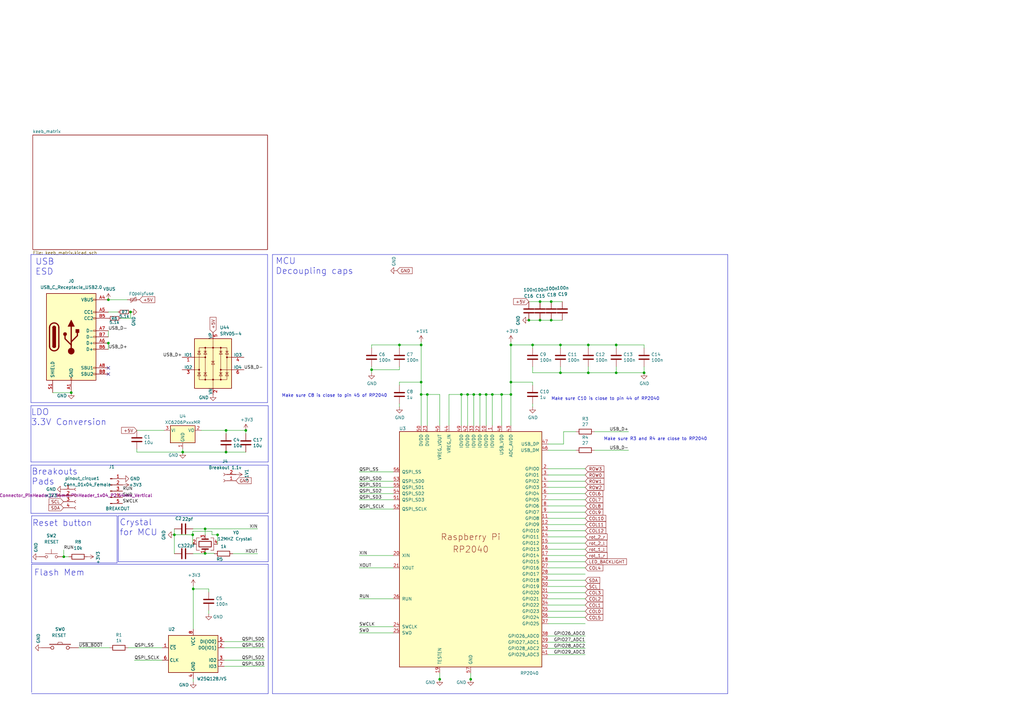
<source format=kicad_sch>
(kicad_sch (version 20230121) (generator eeschema)
  (paper "A3")
  (title_block (title "Rp2040 __template__") (date "2020-12-18") (rev "REV 0.1") (company "scattered_lenity.space"))
  (lib_symbols
    (symbol "Connector:Conn_01x02_Female" (pin_names (offset 1.016) hide)
      (property "Reference" "J" (at 0 2.54 0))
      (property "Value" "Conn_01x02_Female" (at 0 -5.08 0))
      (symbol "Conn_01x02_Female_1_1"
        (pin passive line (at -5.08 0 0) (length 3.81) (name "Pin_1") (number "1"))
        (pin passive line (at -5.08 -2.54 0) (length 3.81) (name "Pin_2") (number "2"))
      )
    )
    (symbol "Connector:Conn_01x04_Female" (pin_names (offset 1.016) hide)
      (property "Reference" "J" (at 0 5.08 0))
      (property "Value" "Conn_01x04_Female" (at 0 -7.62 0))
      (symbol "Conn_01x04_Female_1_1"
        (pin passive line (at -5.08 2.54 0) (length 3.81) (name "Pin_1") (number "1"))
        (pin passive line (at -5.08 0 0) (length 3.81) (name "Pin_2") (number "2"))
        (pin passive line (at -5.08 -2.54 0) (length 3.81) (name "Pin_3") (number "3"))
        (pin passive line (at -5.08 -5.08 0) (length 3.81) (name "Pin_4") (number "4"))
      )
    )
    (symbol "Connector:Conn_01x05_Male" (pin_names (offset 1.016) hide)
      (property "Reference" "J" (at 0 7.62 0))
      (property "Value" "Conn_01x05_Male" (at 0 -7.62 0))
      (symbol "Conn_01x05_Male_1_1"
        (pin passive line (at 5.08 5.08 180) (length 3.81) (name "Pin_1") (number "1"))
        (pin passive line (at 5.08 2.54 180) (length 3.81) (name "Pin_2") (number "2"))
        (pin passive line (at 5.08 0 180) (length 3.81) (name "Pin_3") (number "3"))
        (pin passive line (at 5.08 -2.54 180) (length 3.81) (name "Pin_4") (number "4"))
        (pin passive line (at 5.08 -5.08 180) (length 3.81) (name "Pin_5") (number "5"))
      )
    )
    (symbol "Connector:USB_C_Receptacle_USB2.0" (pin_names (offset 1.016))
      (property "Reference" "J" (at -10.16 19.05 0))
      (property "Value" "USB_C_Receptacle_USB2.0" (at 19.05 19.05 0))
      (symbol "USB_C_Receptacle_USB2.0_1_1"
        (pin passive line (at 0 -22.86 90) (length 5.08) (name "GND") (number "A1"))
        (pin passive line (at 0 -22.86 90) (length 5.08) hide (name "GND") (number "A12"))
        (pin passive line (at 15.24 15.24 180) (length 5.08) (name "VBUS") (number "A4"))
        (pin bidirectional line (at 15.24 10.16 180) (length 5.08) (name "CC1") (number "A5"))
        (pin bidirectional line (at 15.24 -2.54 180) (length 5.08) (name "D+") (number "A6"))
        (pin bidirectional line (at 15.24 2.54 180) (length 5.08) (name "D-") (number "A7"))
        (pin bidirectional line (at 15.24 -12.7 180) (length 5.08) (name "SBU1") (number "A8"))
        (pin passive line (at 15.24 15.24 180) (length 5.08) hide (name "VBUS") (number "A9"))
        (pin passive line (at 0 -22.86 90) (length 5.08) hide (name "GND") (number "B1"))
        (pin passive line (at 0 -22.86 90) (length 5.08) hide (name "GND") (number "B12"))
        (pin passive line (at 15.24 15.24 180) (length 5.08) hide (name "VBUS") (number "B4"))
        (pin bidirectional line (at 15.24 7.62 180) (length 5.08) (name "CC2") (number "B5"))
        (pin bidirectional line (at 15.24 -5.08 180) (length 5.08) (name "D+") (number "B6"))
        (pin bidirectional line (at 15.24 0 180) (length 5.08) (name "D-") (number "B7"))
        (pin bidirectional line (at 15.24 -15.24 180) (length 5.08) (name "SBU2") (number "B8"))
        (pin passive line (at 15.24 15.24 180) (length 5.08) hide (name "VBUS") (number "B9"))
        (pin passive line (at -7.62 -22.86 90) (length 5.08) (name "SHIELD") (number "S1"))
      )
    )
    (symbol "Device:C" (pin_numbers hide) (pin_names (offset 0.254))
      (property "Reference" "C" (at 0.635 2.54 0))
      (property "Value" "C" (at 0.635 -2.54 0))
      (symbol "C_1_1"
        (pin passive line (at 0 3.81 270) (length 2.794) (name "~") (number "1"))
        (pin passive line (at 0 -3.81 90) (length 2.794) (name "~") (number "2"))
      )
    )
    (symbol "Device:Crystal_GND24" (pin_names (offset 1.016) hide)
      (property "Reference" "Y" (at 3.175 5.08 0))
      (property "Value" "Crystal_GND24" (at 3.175 3.175 0))
      (symbol "Crystal_GND24_1_1"
        (pin passive line (at -3.81 0 0) (length 1.27) (name "1") (number "1"))
        (pin passive line (at 0 5.08 270) (length 1.27) (name "2") (number "2"))
        (pin passive line (at 3.81 0 180) (length 1.27) (name "3") (number "3"))
        (pin passive line (at 0 -5.08 90) (length 1.27) (name "4") (number "4"))
      )
    )
    (symbol "Device:Polyfuse_Small" (pin_numbers hide) (pin_names (offset 0))
      (property "Reference" "F" (at -1.905 0 90))
      (property "Value" "Polyfuse_Small" (at 1.905 0 90))
      (symbol "Polyfuse_Small_1_1"
        (pin passive line (at 0 2.54 270) (length 0.635) (name "~") (number "1"))
        (pin passive line (at 0 -2.54 90) (length 0.635) (name "~") (number "2"))
      )
    )
    (symbol "Device:R" (pin_numbers hide) (pin_names (offset 0))
      (property "Reference" "R" (at 2.032 0 90))
      (property "Value" "R" (at 0 0 90))
      (symbol "R_1_1"
        (pin passive line (at 0 3.81 270) (length 1.27) (name "~") (number "1"))
        (pin passive line (at 0 -3.81 90) (length 1.27) (name "~") (number "2"))
      )
    )
    (symbol "Device:R_Small" (pin_numbers hide) (pin_names (offset 0.254) hide)
      (property "Reference" "R" (at 0.762 0.508 0))
      (property "Value" "R_Small" (at 0.762 -1.016 0))
      (symbol "R_Small_1_1"
        (pin passive line (at 0 2.54 270) (length 0.762) (name "~") (number "1"))
        (pin passive line (at 0 -2.54 90) (length 0.762) (name "~") (number "2"))
      )
    )
    (symbol "MCU_RaspberryPi_RP2040:RP2040" (pin_names (offset 1.016))
      (property "Reference" "U" (at -29.21 49.53 0))
      (property "Value" "RP2040" (at 24.13 -49.53 0))
      (symbol "RP2040_0_0"
        (text "Raspberry Pi" (at 0 5.08 0) (effects (font (size 2.54 2.54))))
        (text "RP2040" (at 0 0 0) (effects (font (size 2.54 2.54))))
      )
      (symbol "RP2040_1_1"
        (pin power_in line (at 8.89 50.8 270) (length 2.54) (name "IOVDD") (number "1"))
        (pin power_in line (at 6.35 50.8 270) (length 2.54) (name "IOVDD") (number "10"))
        (pin bidirectional line (at 31.75 12.7 180) (length 2.54) (name "GPIO8") (number "11"))
        (pin bidirectional line (at 31.75 10.16 180) (length 2.54) (name "GPIO9") (number "12"))
        (pin bidirectional line (at 31.75 7.62 180) (length 2.54) (name "GPIO10") (number "13"))
        (pin bidirectional line (at 31.75 5.08 180) (length 2.54) (name "GPIO11") (number "14"))
        (pin bidirectional line (at 31.75 2.54 180) (length 2.54) (name "GPIO12") (number "15"))
        (pin bidirectional line (at 31.75 0 180) (length 2.54) (name "GPIO13") (number "16"))
        (pin bidirectional line (at 31.75 -2.54 180) (length 2.54) (name "GPIO14") (number "17"))
        (pin bidirectional line (at 31.75 -5.08 180) (length 2.54) (name "GPIO15") (number "18"))
        (pin passive line (at -12.7 -50.8 90) (length 2.54) (name "TESTEN") (number "19"))
        (pin bidirectional line (at 31.75 33.02 180) (length 2.54) (name "GPIO0") (number "2"))
        (pin input line (at -31.75 -2.54 0) (length 2.54) (name "XIN") (number "20"))
        (pin passive line (at -31.75 -7.62 0) (length 2.54) (name "XOUT") (number "21"))
        (pin power_in line (at 3.81 50.8 270) (length 2.54) (name "IOVDD") (number "22"))
        (pin power_in line (at -17.78 50.8 270) (length 2.54) (name "DVDD") (number "23"))
        (pin output line (at -31.75 -31.75 0) (length 2.54) (name "SWCLK") (number "24"))
        (pin bidirectional line (at -31.75 -34.29 0) (length 2.54) (name "SWD") (number "25"))
        (pin input line (at -31.75 -20.32 0) (length 2.54) (name "RUN") (number "26"))
        (pin bidirectional line (at 31.75 -7.62 180) (length 2.54) (name "GPIO16") (number "27"))
        (pin bidirectional line (at 31.75 -10.16 180) (length 2.54) (name "GPIO17") (number "28"))
        (pin bidirectional line (at 31.75 -12.7 180) (length 2.54) (name "GPIO18") (number "29"))
        (pin bidirectional line (at 31.75 30.48 180) (length 2.54) (name "GPIO1") (number "3"))
        (pin bidirectional line (at 31.75 -15.24 180) (length 2.54) (name "GPIO19") (number "30"))
        (pin bidirectional line (at 31.75 -17.78 180) (length 2.54) (name "GPIO20") (number "31"))
        (pin bidirectional line (at 31.75 -20.32 180) (length 2.54) (name "GPIO21") (number "32"))
        (pin power_in line (at 1.27 50.8 270) (length 2.54) (name "IOVDD") (number "33"))
        (pin bidirectional line (at 31.75 -22.86 180) (length 2.54) (name "GPIO22") (number "34"))
        (pin bidirectional line (at 31.75 -25.4 180) (length 2.54) (name "GPIO23") (number "35"))
        (pin bidirectional line (at 31.75 -27.94 180) (length 2.54) (name "GPIO24") (number "36"))
        (pin bidirectional line (at 31.75 -30.48 180) (length 2.54) (name "GPIO25") (number "37"))
        (pin bidirectional line (at 31.75 -35.56 180) (length 2.54) (name "GPIO26_ADC0") (number "38"))
        (pin bidirectional line (at 31.75 -38.1 180) (length 2.54) (name "GPIO27_ADC1") (number "39"))
        (pin bidirectional line (at 31.75 27.94 180) (length 2.54) (name "GPIO2") (number "4"))
        (pin bidirectional line (at 31.75 -40.64 180) (length 2.54) (name "GPIO28_ADC2") (number "40"))
        (pin bidirectional line (at 31.75 -43.18 180) (length 2.54) (name "GPIO29_ADC3") (number "41"))
        (pin power_in line (at -1.27 50.8 270) (length 2.54) (name "IOVDD") (number "42"))
        (pin power_in line (at 16.51 50.8 270) (length 2.54) (name "ADC_AVDD") (number "43"))
        (pin power_in line (at -8.89 50.8 270) (length 2.54) (name "VREG_IN") (number "44"))
        (pin power_out line (at -12.7 50.8 270) (length 2.54) (name "VREG_VOUT") (number "45"))
        (pin bidirectional line (at 31.75 40.64 180) (length 2.54) (name "USB_DM") (number "46"))
        (pin bidirectional line (at 31.75 43.18 180) (length 2.54) (name "USB_DP") (number "47"))
        (pin power_in line (at 12.7 50.8 270) (length 2.54) (name "USB_VDD") (number "48"))
        (pin power_in line (at -3.81 50.8 270) (length 2.54) (name "IOVDD") (number "49"))
        (pin bidirectional line (at 31.75 25.4 180) (length 2.54) (name "GPIO3") (number "5"))
        (pin power_in line (at -20.32 50.8 270) (length 2.54) (name "DVDD") (number "50"))
        (pin bidirectional line (at -31.75 20.32 0) (length 2.54) (name "QSPI_SD3") (number "51"))
        (pin output line (at -31.75 16.51 0) (length 2.54) (name "QSPI_SCLK") (number "52"))
        (pin bidirectional line (at -31.75 27.94 0) (length 2.54) (name "QSPI_SD0") (number "53"))
        (pin bidirectional line (at -31.75 22.86 0) (length 2.54) (name "QSPI_SD2") (number "54"))
        (pin bidirectional line (at -31.75 25.4 0) (length 2.54) (name "QSPI_SD1") (number "55"))
        (pin bidirectional line (at -31.75 31.75 0) (length 2.54) (name "QSPI_SS") (number "56"))
        (pin power_in line (at 0 -50.8 90) (length 2.54) (name "GND") (number "57"))
        (pin bidirectional line (at 31.75 22.86 180) (length 2.54) (name "GPIO4") (number "6"))
        (pin bidirectional line (at 31.75 20.32 180) (length 2.54) (name "GPIO5") (number "7"))
        (pin bidirectional line (at 31.75 17.78 180) (length 2.54) (name "GPIO6") (number "8"))
        (pin bidirectional line (at 31.75 15.24 180) (length 2.54) (name "GPIO7") (number "9"))
      )
    )
    (symbol "Memory_Flash:W25Q128JVS"
      (property "Reference" "U" (at -8.89 8.89 0))
      (property "Value" "W25Q128JVS" (at 7.62 8.89 0))
      (symbol "W25Q128JVS_1_1"
        (pin input line (at -12.7 2.54 0) (length 2.54) (name "~{CS}") (number "1"))
        (pin bidirectional line (at 12.7 2.54 180) (length 2.54) (name "DO(IO1)") (number "2"))
        (pin bidirectional line (at 12.7 -2.54 180) (length 2.54) (name "IO2") (number "3"))
        (pin power_in line (at 0 -10.16 90) (length 2.54) (name "GND") (number "4"))
        (pin bidirectional line (at 12.7 5.08 180) (length 2.54) (name "DI(IO0)") (number "5"))
        (pin input line (at -12.7 -2.54 0) (length 2.54) (name "CLK") (number "6"))
        (pin bidirectional line (at 12.7 -5.08 180) (length 2.54) (name "IO3") (number "7"))
        (pin power_in line (at 0 10.16 270) (length 2.54) (name "VCC") (number "8"))
      )
    )
    (symbol "Power_Protection:SRV05-4" (pin_names (offset 0))
      (property "Reference" "U" (at -5.08 11.43 0))
      (property "Value" "SRV05-4" (at 2.54 11.43 0))
      (symbol "SRV05-4_1_1"
        (pin passive line (at -12.7 2.54 0) (length 5.08) (name "IO1") (number "1"))
        (pin passive line (at 0 -12.7 90) (length 2.54) (name "VN") (number "2"))
        (pin passive line (at -12.7 -2.54 0) (length 5.08) (name "IO2") (number "3"))
        (pin passive line (at 12.7 2.54 180) (length 5.08) (name "IO3") (number "4"))
        (pin passive line (at 0 12.7 270) (length 2.54) (name "VP") (number "5"))
        (pin passive line (at 12.7 -2.54 180) (length 5.08) (name "IO4") (number "6"))
      )
    )
    (symbol "Regulator_Linear:XC6206PxxxMR" (pin_names (offset 0.254))
      (property "Reference" "U" (at -3.81 3.175 0))
      (property "Value" "XC6206PxxxMR" (at 0 3.175 0))
      (symbol "XC6206PxxxMR_1_1"
        (pin power_in line (at 0 -7.62 90) (length 2.54) (name "GND") (number "1"))
        (pin power_out line (at 7.62 0 180) (length 2.54) (name "VO") (number "2"))
        (pin power_in line (at -7.62 0 0) (length 2.54) (name "VI") (number "3"))
      )
    )
    (symbol "Switch:SW_Push" (pin_numbers hide) (pin_names (offset 1.016) hide)
      (property "Reference" "SW" (at 1.27 2.54 0))
      (property "Value" "SW_Push" (at 0 -1.524 0))
      (symbol "SW_Push_0_1"
        (pin passive line (at -5.08 0 0) (length 2.54) (name "1") (number "1"))
        (pin passive line (at 5.08 0 180) (length 2.54) (name "2") (number "2"))
      )
    )
    (symbol "cipulot_parts:SW_PUSH" (pin_numbers hide) (pin_names (offset 1.016) hide)
      (property "Reference" "SW" (at 3.81 2.794 0))
      (property "Value" "SW_PUSH" (at 0 -2.032 0))
      (symbol "SW_PUSH_0_1"
        (pin passive inverted (at -7.62 0 0) (length 5.08) (name "1") (number "1"))
        (pin passive inverted (at 7.62 0 180) (length 5.08) (name "2") (number "2"))
      )
    )
    (symbol "power:+1V1" (power) (pin_names (offset 0))
      (property "Value" "+1V1" (at 0 3.556 0))
      (symbol "+1V1_1_1"
        (pin power_in line (at 0 0 90) (length 0) hide (name "+1V1") (number "1"))
      )
    )
    (symbol "power:+3V3" (power) (pin_names (offset 0))
      (property "Value" "+3V3" (at 0 3.556 0))
      (symbol "+3V3_1_1"
        (pin power_in line (at 0 0 90) (length 0) hide (name "+3V3") (number "1"))
      )
    )
    (symbol "power:GND" (power) (pin_names (offset 0))
      (property "Value" "GND" (at 0 -3.81 0))
      (symbol "GND_1_1"
        (pin power_in line (at 0 0 270) (length 0) hide (name "GND") (number "1"))
      )
    )
    (symbol "power:VBUS" (power) (pin_names (offset 0))
      (property "Value" "VBUS" (at 0 3.81 0))
      (symbol "VBUS_1_1"
        (pin power_in line (at 0 0 90) (length 0) hide (name "VBUS") (number "1"))
      )
    )
  )
  (junction (at 209.55 156.718))
  (junction (at 44.45 122.936))
  (junction (at 241.3 152.908))
  (junction (at 189.23 161.798))
  (junction (at 191.77 161.798))
  (junction (at 44.45 140.716))
  (junction (at 92.71 185.42))
  (junction (at 74.93 185.42))
  (junction (at 29.21 161.036))
  (junction (at 100.838 176.53))
  (junction (at 79.248 241.554))
  (junction (at 194.31 161.798))
  (junction (at 71.5264 219.3544))
  (junction (at 84.1248 216.916))
  (junction (at 84.1248 226.9744))
  (junction (at 53.5432 127.9652))
  (junction (at 205.74 161.798))
  (junction (at 221.488 123.698))
  (junction (at 79.0448 219.3544))
  (junction (at 221.488 131.318))
  (junction (at 241.3 141.478))
  (junction (at 196.85 161.798))
  (junction (at 172.72 141.478))
  (junction (at 172.72 161.798))
  (junction (at 163.83 141.478))
  (junction (at 252.73 141.478))
  (junction (at 152.4 151.638))
  (junction (at 264.16 152.908))
  (junction (at 216.916 131.318))
  (junction (at 180.34 278.6126))
  (junction (at 193.04 278.6126))
  (junction (at 175.26 161.798))
  (junction (at 26.162 228.346))
  (junction (at 201.93 161.798))
  (junction (at 209.55 161.798))
  (junction (at 172.72 156.718))
  (junction (at 89.2302 219.3544))
  (junction (at 209.55 141.478))
  (junction (at 252.73 152.908))
  (junction (at 92.71 176.53))
  (junction (at 218.44 141.478))
  (junction (at 226.06 123.698))
  (junction (at 229.87 152.908))
  (junction (at 199.39 161.798))
  (junction (at 226.06 131.318))
  (junction (at 229.87 141.478))
  (no_connect (at 44.45 153.416))
  (no_connect (at 44.45 150.876))
  (wire (pts (xy 161.29 257.048) (xy 147.32 257.048)))
  (wire (pts (xy 79.1464 227.076) (xy 84.1248 227.076)))
  (wire (pts (xy 147.32 202.438) (xy 161.29 202.438)))
  (wire (pts (xy 224.79 220.218) (xy 240.03 220.218)))
  (wire (pts (xy 224.79 199.898) (xy 240.03 199.898)))
  (wire (pts (xy 201.93 161.798) (xy 205.74 161.798)))
  (wire (pts (xy 52.1462 122.936) (xy 52.1462 122.9106)))
  (wire (pts (xy 229.87 142.748) (xy 229.87 141.478)))
  (wire (pts (xy 221.488 123.698) (xy 226.06 123.698)))
  (polyline (pts (xy 12.7 189.484) (xy 12.7 166.37)))
  (wire (pts (xy 85.598 241.554) (xy 79.248 241.554)))
  (wire (pts (xy 224.79 194.818) (xy 240.03 194.818)))
  (wire (pts (xy 82.55 176.53) (xy 92.71 176.53)))
  (wire (pts (xy 180.34 161.798) (xy 175.26 161.798)))
  (wire (pts (xy 147.32 197.358) (xy 161.29 197.358)))
  (wire (pts (xy 91.948 270.764) (xy 108.458 270.764)))
  (wire (pts (xy 147.32 199.898) (xy 161.29 199.898)))
  (wire (pts (xy 44.45 122.936) (xy 52.1462 122.936)))
  (polyline (pts (xy 12.7 210.566) (xy 12.7 190.754)))
  (wire (pts (xy 79.248 240.284) (xy 79.248 241.554)))
  (wire (pts (xy 199.39 174.498) (xy 199.39 161.798)))
  (wire (pts (xy 196.85 161.798) (xy 199.39 161.798)))
  (wire (pts (xy 86.9442 217.932) (xy 79.0448 217.932)))
  (wire (pts (xy 163.83 157.988) (xy 163.83 156.718)))
  (polyline (pts (xy 111.76 104.394) (xy 111.76 284.48)))
  (polyline (pts (xy 48.514 230.378) (xy 48.514 211.582)))
  (wire (pts (xy 216.916 131.318) (xy 221.488 131.318)))
  (polyline (pts (xy 12.954 230.886) (xy 48.006 230.886)))
  (wire (pts (xy 53.5686 127.9652) (xy 53.5432 127.9652)))
  (wire (pts (xy 172.72 140.208) (xy 172.72 141.478)))
  (wire (pts (xy 180.34 276.098) (xy 180.34 278.6126)))
  (wire (pts (xy 224.79 222.758) (xy 240.03 222.758)))
  (wire (pts (xy 218.44 150.368) (xy 218.44 152.908)))
  (wire (pts (xy 100.838 177.8) (xy 100.838 176.53)))
  (polyline (pts (xy 12.954 283.972) (xy 12.954 231.394)))
  (wire (pts (xy 224.79 260.858) (xy 240.03 260.858)))
  (wire (pts (xy 226.06 131.318) (xy 230.632 131.318)))
  (wire (pts (xy 71.5264 216.916) (xy 71.5264 219.3544)))
  (wire (pts (xy 175.26 174.498) (xy 175.26 161.798)))
  (wire (pts (xy 26.162 228.346) (xy 28.194 228.346)))
  (wire (pts (xy 224.79 268.478) (xy 240.03 268.478)))
  (wire (pts (xy 224.79 212.598) (xy 240.03 212.598)))
  (wire (pts (xy 44.45 127.9652) (xy 44.45 128.016)))
  (wire (pts (xy 209.55 156.718) (xy 218.44 156.718)))
  (wire (pts (xy 89.2048 223.1644) (xy 89.2302 223.1644)))
  (polyline (pts (xy 12.7 165.1) (xy 12.7 104.394)))
  (wire (pts (xy 44.958 265.684) (xy 32.258 265.684)))
  (wire (pts (xy 209.55 140.208) (xy 209.55 141.478)))
  (wire (pts (xy 264.16 150.368) (xy 264.16 152.908)))
  (wire (pts (xy 44.45 140.716) (xy 44.45 143.256)))
  (wire (pts (xy 193.04 276.098) (xy 193.04 278.6126)))
  (wire (pts (xy 224.79 182.118) (xy 231.14 182.118)))
  (polyline (pts (xy 109.982 231.394) (xy 109.982 284.48)))
  (wire (pts (xy 224.79 207.518) (xy 240.03 207.518)))
  (wire (pts (xy 218.44 141.478) (xy 229.87 141.478)))
  (wire (pts (xy 224.79 243.078) (xy 240.03 243.078)))
  (wire (pts (xy 89.2302 219.3544) (xy 86.9442 219.3544)))
  (wire (pts (xy 224.79 210.058) (xy 240.03 210.058)))
  (wire (pts (xy 224.79 263.398) (xy 240.03 263.398)))
  (wire (pts (xy 56.134 185.42) (xy 74.93 185.42)))
  (polyline (pts (xy 12.954 284.48) (xy 109.982 284.48)))
  (wire (pts (xy 56.134 176.53) (xy 67.31 176.53)))
  (wire (pts (xy 26.162 225.552) (xy 26.162 228.346)))
  (wire (pts (xy 91.948 265.684) (xy 108.458 265.684)))
  (wire (pts (xy 224.79 184.658) (xy 236.22 184.658)))
  (wire (pts (xy 74.93 185.42) (xy 92.71 185.42)))
  (wire (pts (xy 224.79 265.938) (xy 240.03 265.938)))
  (wire (pts (xy 209.55 161.798) (xy 209.55 174.498)))
  (polyline (pts (xy 109.982 211.582) (xy 109.982 230.378)))
  (wire (pts (xy 87.884 226.9744) (xy 87.884 227.076)))
  (wire (pts (xy 86.9442 219.3544) (xy 86.9442 217.932)))
  (polyline (pts (xy 12.7 166.37) (xy 109.982 166.37)))
  (wire (pts (xy 79.0448 223.1644) (xy 79.0448 219.3544)))
  (wire (pts (xy 85.598 250.444) (xy 85.598 251.714)))
  (wire (pts (xy 84.1248 216.916) (xy 105.664 216.916)))
  (wire (pts (xy 49.53 130.556) (xy 53.5686 130.556)))
  (wire (pts (xy 180.34 174.498) (xy 180.34 161.798)))
  (wire (pts (xy 264.16 142.748) (xy 264.16 141.478)))
  (wire (pts (xy 224.79 232.918) (xy 240.03 232.918)))
  (wire (pts (xy 229.87 150.368) (xy 229.87 152.908)))
  (wire (pts (xy 79.248 241.554) (xy 79.248 258.064)))
  (wire (pts (xy 163.83 141.478) (xy 172.72 141.478)))
  (wire (pts (xy 152.4 141.478) (xy 163.83 141.478)))
  (wire (pts (xy 241.3 152.908) (xy 229.87 152.908)))
  (wire (pts (xy 224.79 240.538) (xy 240.03 240.538)))
  (polyline (pts (xy 109.728 104.394) (xy 109.728 165.1)))
  (polyline (pts (xy 12.7 165.1) (xy 109.728 165.1)))
  (wire (pts (xy 229.87 141.478) (xy 241.3 141.478)))
  (wire (pts (xy 172.72 161.798) (xy 172.72 174.498)))
  (wire (pts (xy 189.23 174.498) (xy 189.23 161.798)))
  (wire (pts (xy 89.2556 219.3544) (xy 89.2302 219.3544)))
  (wire (pts (xy 224.79 248.158) (xy 240.03 248.158)))
  (wire (pts (xy 201.93 161.798) (xy 201.93 174.498)))
  (wire (pts (xy 85.598 242.824) (xy 85.598 241.554)))
  (polyline (pts (xy 109.982 210.566) (xy 12.7 210.566)))
  (polyline (pts (xy 12.954 230.886) (xy 12.954 211.582)))
  (polyline (pts (xy 12.7 190.754) (xy 109.982 190.754)))
  (wire (pts (xy 161.29 259.588) (xy 147.32 259.588)))
  (wire (pts (xy 74.93 184.15) (xy 74.93 185.42)))
  (wire (pts (xy 191.77 161.798) (xy 194.31 161.798)))
  (wire (pts (xy 193.04 278.6126) (xy 193.04 278.638)))
  (wire (pts (xy 224.79 202.438) (xy 240.03 202.438)))
  (wire (pts (xy 21.59 161.036) (xy 29.21 161.036)))
  (polyline (pts (xy 109.982 230.378) (xy 48.514 230.378)))
  (wire (pts (xy 95.504 227.076) (xy 105.664 227.076)))
  (wire (pts (xy 100.838 176.53) (xy 92.71 176.53)))
  (polyline (pts (xy 12.954 211.582) (xy 48.006 211.582)))
  (wire (pts (xy 216.916 123.698) (xy 221.488 123.698)))
  (wire (pts (xy 224.79 197.358) (xy 240.03 197.358)))
  (wire (pts (xy 55.118 270.764) (xy 66.548 270.764)))
  (wire (pts (xy 218.44 142.748) (xy 218.44 141.478)))
  (wire (pts (xy 224.79 204.978) (xy 240.03 204.978)))
  (polyline (pts (xy 12.954 231.394) (xy 109.982 231.394)))
  (wire (pts (xy 163.83 151.638) (xy 163.83 150.368)))
  (wire (pts (xy 218.44 157.988) (xy 218.44 156.718)))
  (wire (pts (xy 231.14 177.038) (xy 231.14 182.118)))
  (polyline (pts (xy 12.7 104.394) (xy 109.728 104.394)))
  (wire (pts (xy 241.3 150.368) (xy 241.3 152.908)))
  (polyline (pts (xy 109.982 190.754) (xy 109.982 210.566)))
  (wire (pts (xy 44.45 135.636) (xy 44.45 138.176)))
  (polyline (pts (xy 111.76 284.48) (xy 298.45 284.48)))
  (wire (pts (xy 252.73 141.478) (xy 264.16 141.478)))
  (wire (pts (xy 194.31 161.798) (xy 196.85 161.798)))
  (wire (pts (xy 224.79 253.238) (xy 240.03 253.238)))
  (wire (pts (xy 71.5264 219.3544) (xy 79.0448 219.3544)))
  (wire (pts (xy 44.5262 140.6906) (xy 44.45 140.6906)))
  (wire (pts (xy 209.55 156.718) (xy 209.55 161.798)))
  (wire (pts (xy 241.3 141.478) (xy 252.73 141.478)))
  (wire (pts (xy 161.29 232.918) (xy 147.32 232.918)))
  (wire (pts (xy 74.93 185.42) (xy 74.93 185.5216)))
  (wire (pts (xy 152.4 151.638) (xy 163.83 151.638)))
  (wire (pts (xy 89.2302 219.3544) (xy 89.2302 223.1644)))
  (wire (pts (xy 92.71 185.42) (xy 100.838 185.42)))
  (wire (pts (xy 52.578 265.684) (xy 66.548 265.684)))
  (wire (pts (xy 252.73 142.748) (xy 252.73 141.478)))
  (wire (pts (xy 84.1248 227.076) (xy 84.1248 226.9744)))
  (wire (pts (xy 241.3 142.748) (xy 241.3 141.478)))
  (wire (pts (xy 224.79 237.998) (xy 240.03 237.998)))
  (wire (pts (xy 264.16 152.908) (xy 252.73 152.908)))
  (polyline (pts (xy 48.006 211.582) (xy 48.006 230.886)))
  (wire (pts (xy 243.84 177.038) (xy 257.81 177.038)))
  (wire (pts (xy 48.4632 127.9652) (xy 44.45 127.9652)))
  (wire (pts (xy 191.77 174.498) (xy 191.77 161.798)))
  (wire (pts (xy 92.71 177.8) (xy 92.71 176.53)))
  (polyline (pts (xy 298.45 284.48) (xy 298.45 104.394)))
  (wire (pts (xy 71.5264 219.3544) (xy 71.5264 227.076)))
  (wire (pts (xy 152.4 142.748) (xy 152.4 141.478)))
  (wire (pts (xy 205.74 174.498) (xy 205.74 161.798)))
  (wire (pts (xy 172.72 156.718) (xy 172.72 161.798)))
  (wire (pts (xy 224.79 255.778) (xy 240.03 255.778)))
  (wire (pts (xy 91.948 273.304) (xy 108.458 273.304)))
  (wire (pts (xy 152.4 150.368) (xy 152.4 151.638)))
  (wire (pts (xy 226.06 123.698) (xy 230.632 123.698)))
  (wire (pts (xy 79.248 278.384) (xy 79.248 279.654)))
  (wire (pts (xy 161.29 245.618) (xy 147.32 245.618)))
  (wire (pts (xy 184.15 174.498) (xy 184.15 161.798)))
  (wire (pts (xy 79.0448 217.932) (xy 79.0448 219.3544)))
  (wire (pts (xy 180.34 278.6126) (xy 180.34 278.638)))
  (wire (pts (xy 224.79 227.838) (xy 240.03 227.838)))
  (wire (pts (xy 224.79 215.138) (xy 240.03 215.138)))
  (wire (pts (xy 224.79 235.458) (xy 240.03 235.458)))
  (wire (pts (xy 196.85 174.498) (xy 196.85 161.798)))
  (wire (pts (xy 194.31 174.498) (xy 194.31 161.798)))
  (polyline (pts (xy 109.982 166.37) (xy 109.982 189.484)))
  (wire (pts (xy 84.1248 226.9744) (xy 87.884 226.9744)))
  (polyline (pts (xy 48.514 211.582) (xy 109.982 211.582)))
  (wire (pts (xy 44.45 140.6906) (xy 44.45 140.716)))
  (wire (pts (xy 209.55 141.478) (xy 209.55 156.718)))
  (wire (pts (xy 184.15 161.798) (xy 189.23 161.798)))
  (polyline (pts (xy 298.45 104.394) (xy 111.76 104.394)))
  (wire (pts (xy 224.79 225.298) (xy 240.03 225.298)))
  (wire (pts (xy 224.79 217.678) (xy 240.03 217.678)))
  (wire (pts (xy 163.83 165.608) (xy 163.83 166.878)))
  (wire (pts (xy 163.83 142.748) (xy 163.83 141.478)))
  (wire (pts (xy 53.5686 130.556) (xy 53.5686 127.9652)))
  (wire (pts (xy 56.134 184.15) (xy 56.134 185.42)))
  (wire (pts (xy 252.73 150.368) (xy 252.73 152.908)))
  (wire (pts (xy 147.32 204.978) (xy 161.29 204.978)))
  (wire (pts (xy 224.79 250.698) (xy 240.03 250.698)))
  (wire (pts (xy 224.79 245.618) (xy 240.03 245.618)))
  (wire (pts (xy 205.74 161.798) (xy 209.55 161.798)))
  (wire (pts (xy 152.4 151.638) (xy 152.4 152.908)))
  (wire (pts (xy 252.73 152.908) (xy 241.3 152.908)))
  (wire (pts (xy 84.1248 216.916) (xy 84.1248 219.3544)))
  (wire (pts (xy 224.79 192.278) (xy 240.03 192.278)))
  (polyline (pts (xy 12.7 189.484) (xy 109.982 189.484)))
  (wire (pts (xy 209.55 141.478) (xy 218.44 141.478)))
  (wire (pts (xy 79.1464 216.916) (xy 84.1248 216.916)))
  (wire (pts (xy 163.83 156.718) (xy 172.72 156.718)))
  (wire (pts (xy 161.29 193.548) (xy 147.32 193.548)))
  (wire (pts (xy 147.32 227.838) (xy 161.29 227.838)))
  (wire (pts (xy 199.39 161.798) (xy 201.93 161.798)))
  (wire (pts (xy 172.72 141.478) (xy 172.72 156.718)))
  (wire (pts (xy 229.87 152.908) (xy 218.44 152.908)))
  (wire (pts (xy 91.948 263.144) (xy 108.458 263.144)))
  (wire (pts (xy 161.29 208.788) (xy 147.32 208.788)))
  (wire (pts (xy 221.488 131.318) (xy 226.06 131.318)))
  (wire (pts (xy 189.23 161.798) (xy 191.77 161.798)))
  (wire (pts (xy 224.79 230.378) (xy 240.03 230.378)))
  (wire (pts (xy 231.14 177.038) (xy 236.22 177.038)))
  (wire (pts (xy 218.44 165.608) (xy 218.44 166.878)))
  (wire (pts (xy 243.84 184.658) (xy 257.81 184.658)))
  (wire (pts (xy 175.26 161.798) (xy 172.72 161.798)))
  (text "USB\nESD" (at 14.478 113.03 0) (effects (font (size 2.54 2.54)) (justify left bottom)))
  (text "Make sure C8 is close to pin 45 of RP2040" (at 115.57 163.068 0) (effects (font (size 1.27 1.27)) (justify left bottom)))
  (text "Breakouts\nPads\n" (at 12.954 199.136 0) (effects (font (size 2.54 2.54)) (justify left bottom)))
  (text "Make sure R3 and R4 are close to RP2040" (at 247.65 180.848 0) (effects (font (size 1.27 1.27)) (justify left bottom)))
  (text "Crystal\nfor MCU" (at 49.022 219.964 0) (effects (font (size 2.54 2.54)) (justify left bottom)))
  (text "Flash Mem " (at 13.97 236.474 0) (effects (font (size 2.54 2.54)) (justify left bottom)))
  (text "MCU\nDecoupling caps " (at 113.03 112.776 0) (effects (font (size 2.54 2.54)) (justify left bottom)))
  (text "Make sure C10 is close to pin 44 of RP2040" (at 226.06 164.338 0) (effects (font (size 1.27 1.27)) (justify left bottom)))
  (text "Reset button\n" (at 13.208 216.154 0) (effects (font (size 2.54 2.54)) (justify left bottom)))
  (text "LDO\n3.3V Conversion\n" (at 12.7 174.752 0) (effects (font (size 2.54 2.54)) (justify left bottom)))
  (label "RUN" (at 50.292 201.422 0))
  (label "QSPI_SD2" (at 108.458 270.764 180))
  (label "XIN" (at 147.32 227.838 0))
  (label "QSPI_SS" (at 55.118 265.684 0))
  (label "RUN" (at 147.32 245.618 0))
  (label "RUN" (at 26.162 225.552 0))
  (label "SWD" (at 50.292 203.962 0))
  (label "USB_D+" (at 44.45 143.256 0))
  (label "USB_D+" (at 74.676 146.558 180))
  (label "~{USB_BOOT}" (at 32.258 265.684 0))
  (label "GPIO27_ADC1" (at 240.03 263.398 180))
  (label "XIN" (at 105.664 216.916 180))
  (label "QSPI_SS" (at 147.32 193.548 0))
  (label "QSPI_SCLK" (at 55.118 270.764 0))
  (label "XOUT" (at 105.664 227.076 180))
  (label "QSPI_SD1" (at 147.32 199.898 0))
  (label "USB_D-" (at 44.45 135.636 0))
  (label "SWD" (at 147.32 259.588 0))
  (label "XOUT" (at 147.32 232.918 0))
  (label "QSPI_SD0" (at 147.32 197.358 0))
  (label "USB_D+" (at 257.81 177.038 180))
  (label "QSPI_SD3" (at 147.32 204.978 0))
  (label "QSPI_SD0" (at 108.458 263.144 180))
  (label "GPIO28_ADC2" (at 240.03 265.938 180))
  (label "USB_D-" (at 257.81 184.658 180))
  (label "GPIO26_ADC0" (at 240.03 260.858 180))
  (label "USB_D-" (at 100.076 151.638 0))
  (label "QSPI_SD1" (at 108.458 265.684 180))
  (label "QSPI_SD3" (at 108.458 273.304 180))
  (label "QSPI_SCLK" (at 147.32 208.788 0))
  (label "SWCLK" (at 147.32 257.048 0))
  (label "QSPI_SD2" (at 147.32 202.438 0))
  (label "SWCLK" (at 50.292 206.502 0))
  (label "GPIO29_ADC3" (at 240.03 268.478 180))
  (global_label "rot_2_r" (shape input) (at 240.03 220.218 0) (property "Intersheetrefs" "${INTERSHEET_REFS}" (effects hide)))
  (global_label "COL2" (shape input) (at 240.03 245.618 0) (property "Intersheetrefs" "${INTERSHEET_REFS}" (effects hide)))
  (global_label "rot_1_r" (shape input) (at 240.03 227.838 0) (property "Intersheetrefs" "${INTERSHEET_REFS}" (effects hide)))
  (global_label "COL3" (shape input) (at 240.03 243.078 0) (property "Intersheetrefs" "${INTERSHEET_REFS}" (effects hide)))
  (global_label "COL4" (shape input) (at 240.03 232.918 0) (property "Intersheetrefs" "${INTERSHEET_REFS}" (effects hide)))
  (global_label "COL7" (shape input) (at 240.03 204.978 0) (property "Intersheetrefs" "${INTERSHEET_REFS}" (effects hide)))
  (global_label "GND" (shape input) (at 96.774 197.1548 0) (property "Intersheetrefs" "${INTERSHEET_REFS}" (effects hide)))
  (global_label "ROW3" (shape input) (at 240.03 192.278 0) (property "Intersheetrefs" "${INTERSHEET_REFS}" (effects hide)))
  (global_label "rot_2_l" (shape input) (at 240.03 222.758 0) (property "Intersheetrefs" "${INTERSHEET_REFS}" (effects hide)))
  (global_label "COL1" (shape input) (at 240.03 248.158 0) (property "Intersheetrefs" "${INTERSHEET_REFS}" (effects hide)))
  (global_label "+5V" (shape input) (at 56.134 176.53 180) (property "Intersheetrefs" "${INTERSHEET_REFS}" (effects hide)))
  (global_label "ROW0" (shape input) (at 240.03 194.818 0) (property "Intersheetrefs" "${INTERSHEET_REFS}" (effects hide)))
  (global_label "COL6" (shape input) (at 240.03 202.438 0) (property "Intersheetrefs" "${INTERSHEET_REFS}" (effects hide)))
  (global_label "+5V" (shape input) (at 87.376 136.398 90) (property "Intersheetrefs" "${INTERSHEET_REFS}" (effects hide)))
  (global_label "COL5" (shape input) (at 240.03 253.238 0) (property "Intersheetrefs" "${INTERSHEET_REFS}" (effects hide)))
  (global_label "ROW1" (shape input) (at 240.03 197.358 0) (property "Intersheetrefs" "${INTERSHEET_REFS}" (effects hide)))
  (global_label "+5V" (shape input) (at 216.916 123.698 180) (property "Intersheetrefs" "${INTERSHEET_REFS}" (effects hide)))
  (global_label "GND" (shape input) (at 162.814 110.998 0) (property "Intersheetrefs" "${INTERSHEET_REFS}" (effects hide)))
  (global_label "+5V" (shape input) (at 57.2262 122.9106 0) (property "Intersheetrefs" "${INTERSHEET_REFS}" (effects hide)))
  (global_label "COL12" (shape input) (at 240.03 217.678 0) (property "Intersheetrefs" "${INTERSHEET_REFS}" (effects hide)))
  (global_label "COL8" (shape input) (at 240.03 207.518 0) (property "Intersheetrefs" "${INTERSHEET_REFS}" (effects hide)))
  (global_label "COL11" (shape input) (at 240.03 215.138 0) (property "Intersheetrefs" "${INTERSHEET_REFS}" (effects hide)))
  (global_label "SDA" (shape input) (at 240.03 237.998 0) (property "Intersheetrefs" "${INTERSHEET_REFS}" (effects hide)))
  (global_label "LED_BACKLIGHT" (shape input) (at 240.03 230.378 0) (property "Intersheetrefs" "${INTERSHEET_REFS}" (effects hide)))
  (global_label "ROW2" (shape input) (at 240.03 199.898 0) (property "Intersheetrefs" "${INTERSHEET_REFS}" (effects hide)))
  (global_label "SDA" (shape input) (at 26.035 208.28 180) (property "Intersheetrefs" "${INTERSHEET_REFS}" (effects hide)))
  (global_label "SCL" (shape input) (at 26.035 205.74 180) (property "Intersheetrefs" "${INTERSHEET_REFS}" (effects hide)))
  (global_label "COL0" (shape input) (at 240.03 250.698 0) (property "Intersheetrefs" "${INTERSHEET_REFS}" (effects hide)))
  (global_label "SCL" (shape input) (at 240.03 240.538 0) (property "Intersheetrefs" "${INTERSHEET_REFS}" (effects hide)))
  (global_label "COL10" (shape input) (at 240.03 212.598 0) (property "Intersheetrefs" "${INTERSHEET_REFS}" (effects hide)))
  (global_label "rot_1_l" (shape input) (at 240.03 225.298 0) (property "Intersheetrefs" "${INTERSHEET_REFS}" (effects hide)))
  (global_label "COL9" (shape input) (at 240.03 210.058 0) (property "Intersheetrefs" "${INTERSHEET_REFS}" (effects hide)))
  (symbol (lib_id "MCU_RaspberryPi_RP2040:RP2040") (at 193.04 225.298 0) (unit 1)
    (property "Reference" "U3" (at 165.1 175.768 0))
    (property "Value" "RP2040" (at 217.17 276.098 0))
    (property "Footprint" "RP2040:RP2040-QFN-56" (effects hide))
    (property "LCSC" "C2040" (effects hide))
  )
  (symbol (lib_id "Device:C") (at 75.3364 216.916 270) (unit 1)
    (property "Reference" "C2" (at 71.8312 212.6488 90) (effects (justify left)))
    (property "Value" "22pf" (at 74.676 212.9028 90) (effects (justify left)))
    (property "Footprint" "Capacitor_SMD:C_0805_2012Metric" (effects hide))
    (property "LCSC" "C1804" (effects hide))
  )
  (symbol (lib_id "Device:C") (at 75.3364 227.076 270) (unit 1)
    (property "Reference" "C3" (at 72.8218 223.8756 90) (effects (justify left)))
    (property "Value" "22pf" (at 75.3618 223.774 90) (effects (justify left)))
    (property "Footprint" "Capacitor_SMD:C_0805_2012Metric" (effects hide))
    (property "LCSC" "C1804" (effects hide))
  )
  (symbol (lib_id "power:GND") (at 71.5264 219.3544 270) (unit 1)
    (property "Reference" "#PWR06" (effects hide))
    (property "Value" "GND" (at 67.1322 219.4814 0))
  )
  (symbol (lib_id "Memory_Flash:W25Q128JVS") (at 79.248 268.224 0) (unit 1)
    (property "Reference" "U2" (at 70.358 258.064 0))
    (property "Value" "W25Q128JVS" (at 86.868 278.384 0))
    (property "Footprint" "Package_SO:SOIC-8_5.23x5.23mm_P1.27mm" (effects hide))
    (property "Datasheet" "http://www.winbond.com/resource-files/w25q128jv_dtr%20revc%2003272018%20plus.pdf" (effects hide))
    (property "LCSC" "C97521" (effects hide))
  )
  (symbol (lib_id "power:+3V3") (at 79.248 240.284 0) (unit 1)
    (property "Reference" "#PWR07" (effects hide))
    (property "Value" "+3V3" (at 79.629 235.8898 0))
  )
  (symbol (lib_id "power:GND") (at 79.248 279.654 0) (unit 1)
    (property "Reference" "#PWR08" (effects hide))
    (property "Value" "GND" (at 75.438 280.924 0))
  )
  (symbol (lib_id "Device:R") (at 48.768 265.684 270) (unit 1)
    (property "Reference" "R1" (at 48.768 260.4262 90))
    (property "Value" "1k" (at 48.768 262.7376 90))
    (property "Footprint" "Resistor_SMD:R_0805_2012Metric" (effects hide))
    (property "LCSC" "C115316" (effects hide))
  )
  (symbol (lib_id "Device:C") (at 85.598 246.634 0) (unit 1)
    (property "Reference" "C5" (at 88.519 245.4656 0) (effects (justify left)))
    (property "Value" "100n" (at 88.519 247.777 0) (effects (justify left)))
    (property "Footprint" "Capacitor_SMD:C_0805_2012Metric" (effects hide))
    (property "LCSC" "C49678" (effects hide))
  )
  (symbol (lib_id "power:GND") (at 85.598 251.714 0) (unit 1)
    (property "Reference" "#PWR011" (effects hide))
    (property "Value" "GND" (at 89.408 252.984 0))
  )
  (symbol (lib_id "Device:R") (at 240.03 177.038 270) (unit 1)
    (property "Reference" "R3" (at 240.03 171.7802 90))
    (property "Value" "27" (at 240.03 174.0916 90))
    (property "Footprint" "Resistor_SMD:R_0805_2012Metric" (effects hide))
    (property "LCSC" "C104170" (effects hide))
  )
  (symbol (lib_id "Device:R") (at 240.03 184.658 270) (unit 1)
    (property "Reference" "R4" (at 240.03 179.4002 90))
    (property "Value" "27" (at 240.03 181.7116 90))
    (property "Footprint" "Resistor_SMD:R_0805_2012Metric" (effects hide))
    (property "LCSC" "C104170" (effects hide))
  )
  (symbol (lib_id "power:+3V3") (at 209.55 140.208 0) (unit 1)
    (property "Reference" "#PWR017" (effects hide))
    (property "Value" "+3V3" (at 209.931 135.8138 0))
  )
  (symbol (lib_id "power:+1V1") (at 172.72 140.208 0) (unit 1)
    (property "Reference" "#PWR014" (effects hide))
    (property "Value" "+1V1" (at 173.101 135.8138 0))
  )
  (symbol (lib_id "Device:C") (at 218.44 146.558 0) (unit 1)
    (property "Reference" "C9" (at 221.361 145.3896 0) (effects (justify left)))
    (property "Value" "100n" (at 221.361 147.701 0) (effects (justify left)))
    (property "Footprint" "Capacitor_SMD:C_0805_2012Metric" (effects hide))
    (property "LCSC" "C49678" (effects hide))
  )
  (symbol (lib_id "Device:C") (at 229.87 146.558 0) (unit 1)
    (property "Reference" "C11" (at 232.791 145.3896 0) (effects (justify left)))
    (property "Value" "100n" (at 232.791 147.701 0) (effects (justify left)))
    (property "Footprint" "Capacitor_SMD:C_0805_2012Metric" (effects hide))
    (property "LCSC" "C49678" (effects hide))
  )
  (symbol (lib_id "Device:C") (at 241.3 146.558 0) (unit 1)
    (property "Reference" "C12" (at 244.221 145.3896 0) (effects (justify left)))
    (property "Value" "100n" (at 244.221 147.701 0) (effects (justify left)))
    (property "Footprint" "Capacitor_SMD:C_0805_2012Metric" (effects hide))
    (property "LCSC" "C49678" (effects hide))
  )
  (symbol (lib_id "Device:C") (at 252.73 146.558 0) (unit 1)
    (property "Reference" "C13" (at 255.651 145.3896 0) (effects (justify left)))
    (property "Value" "100n" (at 255.651 147.701 0) (effects (justify left)))
    (property "Footprint" "Capacitor_SMD:C_0805_2012Metric" (effects hide))
    (property "LCSC" "C49678" (effects hide))
  )
  (symbol (lib_id "Device:C") (at 264.16 146.558 0) (unit 1)
    (property "Reference" "C14" (at 267.081 145.3896 0) (effects (justify left)))
    (property "Value" "100n" (at 267.081 147.701 0) (effects (justify left)))
    (property "Footprint" "Capacitor_SMD:C_0805_2012Metric" (effects hide))
    (property "LCSC" "C49678" (effects hide))
  )
  (symbol (lib_id "Device:C") (at 152.4 146.558 0) (unit 1)
    (property "Reference" "C6" (at 155.321 145.3896 0) (effects (justify left)))
    (property "Value" "100n" (at 155.321 147.701 0) (effects (justify left)))
    (property "Footprint" "Capacitor_SMD:C_0805_2012Metric" (effects hide))
    (property "LCSC" "C49678" (effects hide))
  )
  (symbol (lib_id "Device:C") (at 163.83 146.558 0) (unit 1)
    (property "Reference" "C7" (at 166.751 145.3896 0) (effects (justify left)))
    (property "Value" "100n" (at 166.751 147.701 0) (effects (justify left)))
    (property "Footprint" "Capacitor_SMD:C_0805_2012Metric" (effects hide))
    (property "LCSC" "C49678" (effects hide))
  )
  (symbol (lib_id "Device:C") (at 163.83 161.798 0) (unit 1)
    (property "Reference" "C8" (at 166.751 160.6296 0) (effects (justify left)))
    (property "Value" "1u" (at 166.751 162.941 0) (effects (justify left)))
    (property "Footprint" "Capacitor_SMD:C_0805_2012Metric" (effects hide))
    (property "LCSC" "C28323" (effects hide))
  )
  (symbol (lib_id "Device:C") (at 218.44 161.798 0) (unit 1)
    (property "Reference" "C10" (at 221.361 160.6296 0) (effects (justify left)))
    (property "Value" "1u" (at 221.361 162.941 0) (effects (justify left)))
    (property "Footprint" "Capacitor_SMD:C_0805_2012Metric" (effects hide))
    (property "LCSC" "C28323" (effects hide))
  )
  (symbol (lib_id "power:GND") (at 264.16 152.908 0) (unit 1)
    (property "Reference" "#PWR023" (effects hide))
    (property "Value" "GND" (at 264.287 157.3022 0))
  )
  (symbol (lib_id "power:GND") (at 152.4 152.908 0) (unit 1)
    (property "Reference" "#PWR012" (effects hide))
    (property "Value" "GND" (at 152.527 157.3022 0))
  )
  (symbol (lib_id "power:GND") (at 163.83 166.878 0) (unit 1)
    (property "Reference" "#PWR013" (effects hide))
    (property "Value" "GND" (at 163.957 171.2722 0))
  )
  (symbol (lib_id "power:GND") (at 218.44 166.878 0) (unit 1)
    (property "Reference" "#PWR018" (effects hide))
    (property "Value" "GND" (at 218.567 171.2722 0))
  )
  (symbol (lib_id "power:VBUS") (at 44.45 122.936 0) (unit 1)
    (property "Reference" "#PWR03" (effects hide))
    (property "Value" "VBUS" (at 44.831 118.5418 0))
  )
  (symbol (lib_id "power:GND") (at 74.93 185.42 0) (unit 1)
    (property "Reference" "#PWR05" (effects hide))
    (property "Value" "GND" (at 71.12 186.69 0))
  )
  (symbol (lib_id "power:+3V3") (at 100.838 176.53 0) (unit 1)
    (property "Reference" "#PWR09" (effects hide))
    (property "Value" "+3V3" (at 101.219 172.1358 0))
  )
  (symbol (lib_id "Device:C") (at 56.134 180.34 0) (unit 1)
    (property "Reference" "C1" (at 59.055 179.1716 0) (effects (justify left)))
    (property "Value" "10u" (at 59.055 181.483 0) (effects (justify left)))
    (property "Footprint" "Capacitor_SMD:C_0805_2012Metric" (effects hide))
    (property "LCSC" "C91245" (effects hide))
  )
  (symbol (lib_id "Device:C") (at 92.71 181.61 0) (unit 1)
    (property "Reference" "C4" (at 95.631 180.4416 0) (effects (justify left)))
    (property "Value" "10u" (at 95.631 182.753 0) (effects (justify left)))
    (property "Footprint" "Capacitor_SMD:C_0805_2012Metric" (effects hide))
    (property "LCSC" "C91245" (effects hide))
  )
  (symbol (lib_id "Device:R") (at 91.694 227.076 270) (unit 1)
    (property "Reference" "R5" (at 90.1192 229.362 90))
    (property "Value" "1k" (at 91.694 224.1296 90))
    (property "Footprint" "Resistor_SMD:R_0805_2012Metric" (effects hide))
    (property "LCSC" "C115316" (effects hide))
  )
  (symbol (lib_id "Device:C") (at 100.838 181.61 0) (unit 1)
    (property "Reference" "C17" (at 103.759 180.4416 0) (effects (justify left)))
    (property "Value" "10u" (at 103.759 182.753 0) (effects (justify left)))
    (property "Footprint" "Capacitor_SMD:C_0805_2012Metric" (effects hide))
    (property "LCSC" "C91245" (effects hide))
  )
  (symbol (lib_id "power:GND") (at 162.814 110.998 270) (unit 1)
    (property "Reference" "#PWR0109" (effects hide))
    (property "Value" "GND" (at 161.544 107.188 0))
  )
  (symbol (lib_id "power:GND") (at 216.916 131.318 270) (unit 1)
    (property "Reference" "#PWR04" (effects hide))
    (property "Value" "GND" (at 212.5218 131.445 0))
  )
  (symbol (lib_id "Device:R_Small") (at 51.0032 127.9652 90) (unit 1)
    (property "Reference" "R7" (at 51.054 128.0414 90))
    (property "Value" "5.1k" (at 50.9778 129.7432 90))
    (property "Footprint" "Resistor_SMD:R_0805_2012Metric" (effects hide))
    (property "LCSC" "C27834" (effects hide))
  )
  (symbol (lib_id "Regulator_Linear:XC6206PxxxMR") (at 74.93 176.53 0) (unit 1)
    (property "Reference" "U4" (at 74.93 170.688 0))
    (property "Value" "XC6206PxxxMR" (at 74.93 173.228 0))
    (property "Footprint" "Package_TO_SOT_SMD:SOT-23" (effects hide))
    (property "Datasheet" "https://www.torexsemi.com/file/xc6206/XC6206.pdf" (effects hide))
    (property "LCSC" "C347376" (effects hide))
  )
  (symbol (lib_id "Connector:USB_C_Receptacle_USB2.0") (at 29.21 138.176 0) (unit 1)
    (property "Reference" "J0" (at 29.21 115.2906 0))
    (property "Value" "USB_C_Receptacle_USB2.0" (at 29.21 117.8306 0))
    (property "Footprint" "Connector_USB:USB_C_Receptacle_HRO_TYPE-C-31-M-12" (effects hide))
    (property "Datasheet" "https://www.usb.org/sites/default/files/documents/usb_type-c.zip" (effects hide))
    (property "LCSC" "C165948" (effects hide))
  )
  (symbol (lib_id "cipulot_parts:SW_PUSH") (at 24.638 265.684 0) (unit 1)
    (property "Reference" "SW0" (at 24.638 258.064 0))
    (property "Value" "RESET " (at 24.638 260.604 0))
    (property "Footprint" "Keebio-Parts:SW_SPST_TL3342" (effects hide))
    (property "LCSC" "C2886894" (effects hide))
  )
  (symbol (lib_id "power:GND") (at 50.292 196.342 90) (unit 1)
    (property "Reference" "#PWR0102" (effects hide))
    (property "Value" "GND" (at 55.372 196.342 90))
  )
  (symbol (lib_id "power:GND") (at 87.376 161.798 0) (unit 1)
    (property "Reference" "#PWR0103" (effects hide))
    (property "Value" "GND" (at 83.566 163.068 0))
  )
  (symbol (lib_id "power:+3V3") (at 35.814 228.346 270) (unit 1)
    (property "Reference" "#PWR0111" (effects hide))
    (property "Value" "+3V3" (at 40.2082 228.727 0))
  )
  (symbol (lib_id "power:GND") (at 29.21 161.036 0) (unit 1)
    (property "Reference" "#PWR0101" (effects hide))
    (property "Value" "GND" (at 25.4 162.306 0))
  )
  (symbol (lib_id "power:GND") (at 17.018 265.684 270) (unit 1)
    (property "Reference" "#PWR0104" (effects hide))
    (property "Value" "GND" (at 15.748 261.874 0))
  )
  (symbol (lib_id "Device:Polyfuse_Small") (at 54.6862 122.9106 90) (unit 1)
    (property "Reference" "F0" (at 54.1274 120.5484 90))
    (property "Value" "polyfuse" (at 59.1312 120.3706 90))
    (property "Footprint" "Fuse:Fuse_1206_3216Metric" (effects hide))
    (property "LCSC" "C69688" (effects hide))
  )
  (symbol (lib_id "Connector:Conn_01x05_Male") (at 45.212 201.422 0) (unit 1)
    (property "Reference" "J1" (at 45.847 191.4398 0))
    (property "Value" "BREAKOUT" (at 48.2346 208.6102 0))
    (property "Footprint" "Connector_PinSocket_2.54mm:PinSocket_1x05_P2.54mm_Vertical" (effects hide))
  )
  (symbol (lib_id "power:GND") (at 16.002 228.346 270) (unit 1)
    (property "Reference" "#PWR0110" (effects hide))
    (property "Value" "GND" (at 14.732 224.536 0))
  )
  (symbol (lib_id "Device:R") (at 32.004 228.346 90) (unit 1)
    (property "Reference" "R8" (at 32.004 222.25 90))
    (property "Value" "10k" (at 32.004 224.79 90))
    (property "Footprint" "Resistor_SMD:R_0805_2012Metric" (effects hide))
    (property "LCSC" "C115309" (effects hide))
  )
  (symbol (lib_id "power:GND") (at 180.34 278.6126 0) (unit 1)
    (property "Reference" "#PWR0105" (effects hide))
    (property "Value" "GND" (at 176.53 279.8826 0))
  )
  (symbol (lib_id "power:+3V3") (at 26.035 203.2 90) (unit 1)
    (property "Reference" "#PWR02" (effects hide))
    (property "Value" "+3V3" (at 20.8026 203.2254 90))
  )
  (symbol (lib_id "power:+3V3") (at 50.292 198.882 270) (unit 1)
    (property "Reference" "#PWR0107" (effects hide))
    (property "Value" "+3V3" (at 55.5244 198.8566 90))
  )
  (symbol (lib_id "Connector:Conn_01x04_Female") (at 31.115 203.2 0) (unit 1)
    (property "Reference" "pinout_cirque1" (at 26.67 196.215 0) (effects (justify left)))
    (property "Value" "Conn_01x04_Female" (at 26.035 198.755 0) (effects (justify left)))
    (property "Footprint" "Connector_PinHeader_2.54mm:PinHeader_1x04_P2.54mm_Vertical" (at 31.115 203.2 0))
  )
  (symbol (lib_id "Connector:Conn_01x02_Female") (at 91.694 197.1548 180) (unit 1)
    (property "Reference" "J4" (at 92.329 189.23 0))
    (property "Value" "Breakout 1.1v" (at 92.329 191.77 0))
    (property "Footprint" "Connector_PinHeader_2.54mm:PinHeader_1x02_P2.54mm_Vertical" (effects hide))
  )
  (symbol (lib_id "Device:Crystal_GND24") (at 84.1248 223.1644 90) (unit 1)
    (property "Reference" "Y0" (at 96.774 218.4654 90))
    (property "Value" "12MHZ Crystal " (at 96.774 221.0054 90))
    (property "Footprint" "Crystal:Crystal_SMD_3225-4Pin_3.2x2.5mm" (effects hide))
    (property "LCSC" "C9002" (effects hide))
  )
  (symbol (lib_id "power:GND") (at 193.04 278.6126 0) (unit 1)
    (property "Reference" "#PWR0106" (effects hide))
    (property "Value" "GND" (at 189.23 279.8826 0))
  )
  (symbol (lib_id "Device:C") (at 230.632 127.508 0) (unit 1)
    (property "Reference" "C19" (at 228.854 120.65 0) (effects (justify left)))
    (property "Value" "100n" (at 228.346 118.11 0) (effects (justify left)))
    (property "Footprint" "Capacitor_SMD:C_0805_2012Metric" (effects hide))
    (property "LCSC" "C49678" (effects hide))
  )
  (symbol (lib_id "Device:C") (at 221.488 127.508 0) (unit 1)
    (property "Reference" "C15" (at 219.71 121.412 0) (effects (justify left)))
    (property "Value" "100n" (at 219.202 118.872 0) (effects (justify left)))
    (property "Footprint" "Capacitor_SMD:C_0805_2012Metric" (effects hide))
    (property "LCSC" "C49678" (effects hide))
  )
  (symbol (lib_id "power:GND") (at 53.5432 127.9652 90) (unit 1)
    (property "Reference" "#PWR0108" (effects hide))
    (property "Value" "GND" (at 54.8132 131.7752 0))
  )
  (symbol (lib_id "Device:R_Small") (at 46.99 130.556 90) (unit 1)
    (property "Reference" "R6" (at 46.9138 130.6068 90))
    (property "Value" "5.1k" (at 46.9138 132.207 90))
    (property "Footprint" "Resistor_SMD:R_0805_2012Metric" (effects hide))
    (property "LCSC" "C27834" (effects hide))
  )
  (symbol (lib_id "power:+1V1") (at 96.774 194.6148 270) (unit 1)
    (property "Reference" "#PWR0113" (effects hide))
    (property "Value" "+1V1" (at 101.1682 194.9958 0))
  )
  (symbol (lib_id "Device:C") (at 216.916 127.508 0) (unit 1)
    (property "Reference" "C16" (at 214.884 121.412 0) (effects (justify left)))
    (property "Value" "100n" (at 214.63 118.872 0) (effects (justify left)))
    (property "Footprint" "Capacitor_SMD:C_0805_2012Metric" (effects hide))
    (property "LCSC" "C49678" (effects hide))
  )
  (symbol (lib_id "Power_Protection:SRV05-4") (at 87.376 149.098 0) (unit 1)
    (property "Reference" "U44" (at 90.1447 134.3406 0) (effects (justify left)))
    (property "Value" "SRV05-4" (at 90.1447 136.8806 0) (effects (justify left)))
    (property "Footprint" "Package_TO_SOT_SMD:SOT-23-6" (effects hide))
    (property "Datasheet" "http://www.onsemi.com/pub/Collateral/SRV05-4-D.PDF" (effects hide))
    (property "LCSC" "C85364" (effects hide))
  )
  (symbol (lib_id "power:GND") (at 26.035 200.66 270) (unit 1)
    (property "Reference" "#PWR01" (effects hide))
    (property "Value" "GND" (at 20.955 200.66 90))
  )
  (symbol (lib_id "Switch:SW_Push") (at 21.082 228.346 0) (unit 1)
    (property "Reference" "SW2" (at 21.082 219.71 0))
    (property "Value" "RESET" (at 21.082 222.25 0))
    (property "Footprint" "Keebio-Parts:SW_SPST_TL3342" (effects hide))
    (property "LCSC" "C2886894" (effects hide))
  )
  (symbol (lib_id "Device:C") (at 226.06 127.508 0) (unit 1)
    (property "Reference" "C18" (at 224.282 120.904 0) (effects (justify left)))
    (property "Value" "100n" (at 223.774 118.364 0) (effects (justify left)))
    (property "Footprint" "Capacitor_SMD:C_0805_2012Metric" (effects hide))
    (property "LCSC" "C49678" (effects hide))
  )
  (sheet (at 13.462 55.372) (size 96.266 46.99) (stroke (width 0.1524))
    (property "Sheetname" "keeb_matrix" (at 13.462 54.6604 0) (effects (justify left bottom)))
    (property "Sheetfile" "keeb_matrix.kicad_sch" (at 13.462 102.9466 0) (effects (justify left top)))
  )
)
</source>
